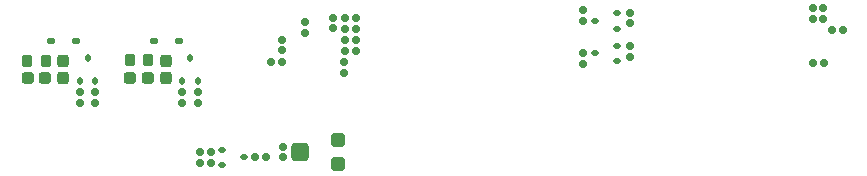
<source format=gbp>
G04*
G04 #@! TF.GenerationSoftware,Altium Limited,Altium Designer,24.10.1 (45)*
G04*
G04 Layer_Color=128*
%FSAX25Y25*%
%MOIN*%
G70*
G04*
G04 #@! TF.SameCoordinates,E9A5F422-793D-4FF6-AE78-97F5C49A065D*
G04*
G04*
G04 #@! TF.FilePolarity,Positive*
G04*
G01*
G75*
G04:AMPARAMS|DCode=25|XSize=37.4mil|YSize=41.34mil|CornerRadius=9.35mil|HoleSize=0mil|Usage=FLASHONLY|Rotation=270.000|XOffset=0mil|YOffset=0mil|HoleType=Round|Shape=RoundedRectangle|*
%AMROUNDEDRECTD25*
21,1,0.03740,0.02264,0,0,270.0*
21,1,0.01870,0.04134,0,0,270.0*
1,1,0.01870,-0.01132,-0.00935*
1,1,0.01870,-0.01132,0.00935*
1,1,0.01870,0.01132,0.00935*
1,1,0.01870,0.01132,-0.00935*
%
%ADD25ROUNDEDRECTD25*%
G04:AMPARAMS|DCode=26|XSize=37.4mil|YSize=41.34mil|CornerRadius=9.35mil|HoleSize=0mil|Usage=FLASHONLY|Rotation=0.000|XOffset=0mil|YOffset=0mil|HoleType=Round|Shape=RoundedRectangle|*
%AMROUNDEDRECTD26*
21,1,0.03740,0.02264,0,0,0.0*
21,1,0.01870,0.04134,0,0,0.0*
1,1,0.01870,0.00935,-0.01132*
1,1,0.01870,-0.00935,-0.01132*
1,1,0.01870,-0.00935,0.01132*
1,1,0.01870,0.00935,0.01132*
%
%ADD26ROUNDEDRECTD26*%
G04:AMPARAMS|DCode=27|XSize=39.37mil|YSize=35.43mil|CornerRadius=8.86mil|HoleSize=0mil|Usage=FLASHONLY|Rotation=270.000|XOffset=0mil|YOffset=0mil|HoleType=Round|Shape=RoundedRectangle|*
%AMROUNDEDRECTD27*
21,1,0.03937,0.01772,0,0,270.0*
21,1,0.02165,0.03543,0,0,270.0*
1,1,0.01772,-0.00886,-0.01083*
1,1,0.01772,-0.00886,0.01083*
1,1,0.01772,0.00886,0.01083*
1,1,0.01772,0.00886,-0.01083*
%
%ADD27ROUNDEDRECTD27*%
G04:AMPARAMS|DCode=28|XSize=23.62mil|YSize=23.62mil|CornerRadius=5.91mil|HoleSize=0mil|Usage=FLASHONLY|Rotation=270.000|XOffset=0mil|YOffset=0mil|HoleType=Round|Shape=RoundedRectangle|*
%AMROUNDEDRECTD28*
21,1,0.02362,0.01181,0,0,270.0*
21,1,0.01181,0.02362,0,0,270.0*
1,1,0.01181,-0.00591,-0.00591*
1,1,0.01181,-0.00591,0.00591*
1,1,0.01181,0.00591,0.00591*
1,1,0.01181,0.00591,-0.00591*
%
%ADD28ROUNDEDRECTD28*%
G04:AMPARAMS|DCode=29|XSize=25.2mil|YSize=25.2mil|CornerRadius=6.3mil|HoleSize=0mil|Usage=FLASHONLY|Rotation=180.000|XOffset=0mil|YOffset=0mil|HoleType=Round|Shape=RoundedRectangle|*
%AMROUNDEDRECTD29*
21,1,0.02520,0.01260,0,0,180.0*
21,1,0.01260,0.02520,0,0,180.0*
1,1,0.01260,-0.00630,0.00630*
1,1,0.01260,0.00630,0.00630*
1,1,0.01260,0.00630,-0.00630*
1,1,0.01260,-0.00630,-0.00630*
%
%ADD29ROUNDEDRECTD29*%
G04:AMPARAMS|DCode=30|XSize=25.2mil|YSize=25.2mil|CornerRadius=6.3mil|HoleSize=0mil|Usage=FLASHONLY|Rotation=270.000|XOffset=0mil|YOffset=0mil|HoleType=Round|Shape=RoundedRectangle|*
%AMROUNDEDRECTD30*
21,1,0.02520,0.01260,0,0,270.0*
21,1,0.01260,0.02520,0,0,270.0*
1,1,0.01260,-0.00630,-0.00630*
1,1,0.01260,-0.00630,0.00630*
1,1,0.01260,0.00630,0.00630*
1,1,0.01260,0.00630,-0.00630*
%
%ADD30ROUNDEDRECTD30*%
G04:AMPARAMS|DCode=47|XSize=23.62mil|YSize=23.62mil|CornerRadius=5.91mil|HoleSize=0mil|Usage=FLASHONLY|Rotation=0.000|XOffset=0mil|YOffset=0mil|HoleType=Round|Shape=RoundedRectangle|*
%AMROUNDEDRECTD47*
21,1,0.02362,0.01181,0,0,0.0*
21,1,0.01181,0.02362,0,0,0.0*
1,1,0.01181,0.00591,-0.00591*
1,1,0.01181,-0.00591,-0.00591*
1,1,0.01181,-0.00591,0.00591*
1,1,0.01181,0.00591,0.00591*
%
%ADD47ROUNDEDRECTD47*%
G04:AMPARAMS|DCode=110|XSize=25.59mil|YSize=19.68mil|CornerRadius=4.92mil|HoleSize=0mil|Usage=FLASHONLY|Rotation=0.000|XOffset=0mil|YOffset=0mil|HoleType=Round|Shape=RoundedRectangle|*
%AMROUNDEDRECTD110*
21,1,0.02559,0.00984,0,0,0.0*
21,1,0.01575,0.01968,0,0,0.0*
1,1,0.00984,0.00787,-0.00492*
1,1,0.00984,-0.00787,-0.00492*
1,1,0.00984,-0.00787,0.00492*
1,1,0.00984,0.00787,0.00492*
%
%ADD110ROUNDEDRECTD110*%
G04:AMPARAMS|DCode=111|XSize=18.5mil|YSize=23.62mil|CornerRadius=4.63mil|HoleSize=0mil|Usage=FLASHONLY|Rotation=180.000|XOffset=0mil|YOffset=0mil|HoleType=Round|Shape=RoundedRectangle|*
%AMROUNDEDRECTD111*
21,1,0.01850,0.01437,0,0,180.0*
21,1,0.00925,0.02362,0,0,180.0*
1,1,0.00925,-0.00463,0.00719*
1,1,0.00925,0.00463,0.00719*
1,1,0.00925,0.00463,-0.00719*
1,1,0.00925,-0.00463,-0.00719*
%
%ADD111ROUNDEDRECTD111*%
G04:AMPARAMS|DCode=113|XSize=62.99mil|YSize=59.06mil|CornerRadius=14.76mil|HoleSize=0mil|Usage=FLASHONLY|Rotation=270.000|XOffset=0mil|YOffset=0mil|HoleType=Round|Shape=RoundedRectangle|*
%AMROUNDEDRECTD113*
21,1,0.06299,0.02953,0,0,270.0*
21,1,0.03347,0.05906,0,0,270.0*
1,1,0.02953,-0.01476,-0.01673*
1,1,0.02953,-0.01476,0.01673*
1,1,0.02953,0.01476,0.01673*
1,1,0.02953,0.01476,-0.01673*
%
%ADD113ROUNDEDRECTD113*%
G04:AMPARAMS|DCode=114|XSize=47.24mil|YSize=47.24mil|CornerRadius=11.81mil|HoleSize=0mil|Usage=FLASHONLY|Rotation=270.000|XOffset=0mil|YOffset=0mil|HoleType=Round|Shape=RoundedRectangle|*
%AMROUNDEDRECTD114*
21,1,0.04724,0.02362,0,0,270.0*
21,1,0.02362,0.04724,0,0,270.0*
1,1,0.02362,-0.01181,-0.01181*
1,1,0.02362,-0.01181,0.01181*
1,1,0.02362,0.01181,0.01181*
1,1,0.02362,0.01181,-0.01181*
%
%ADD114ROUNDEDRECTD114*%
G04:AMPARAMS|DCode=115|XSize=18.5mil|YSize=23.62mil|CornerRadius=4.63mil|HoleSize=0mil|Usage=FLASHONLY|Rotation=270.000|XOffset=0mil|YOffset=0mil|HoleType=Round|Shape=RoundedRectangle|*
%AMROUNDEDRECTD115*
21,1,0.01850,0.01437,0,0,270.0*
21,1,0.00925,0.02362,0,0,270.0*
1,1,0.00925,-0.00719,-0.00463*
1,1,0.00925,-0.00719,0.00463*
1,1,0.00925,0.00719,0.00463*
1,1,0.00925,0.00719,-0.00463*
%
%ADD115ROUNDEDRECTD115*%
D25*
X0098130Y0043406D02*
D03*
X0103839D02*
D03*
X0063976Y0043307D02*
D03*
X0069685D02*
D03*
D26*
X0109941Y0049213D02*
D03*
Y0043504D02*
D03*
X0075787Y0049114D02*
D03*
Y0043406D02*
D03*
D27*
X0104134Y0049311D02*
D03*
X0097835D02*
D03*
X0063681Y0049213D02*
D03*
X0069980D02*
D03*
D28*
X0329134Y0066831D02*
D03*
X0325591D02*
D03*
X0329134Y0063090D02*
D03*
X0325591D02*
D03*
X0335531Y0059350D02*
D03*
X0331988D02*
D03*
X0121358Y0015059D02*
D03*
X0124902D02*
D03*
X0121358Y0018799D02*
D03*
X0124902D02*
D03*
X0139764Y0016929D02*
D03*
X0143307D02*
D03*
D29*
X0173327Y0055945D02*
D03*
Y0052323D02*
D03*
X0156398Y0058524D02*
D03*
Y0062146D02*
D03*
X0165748Y0063524D02*
D03*
Y0059902D02*
D03*
X0169390Y0048661D02*
D03*
Y0045039D02*
D03*
D30*
X0325551Y0048425D02*
D03*
X0329173D02*
D03*
X0148661Y0048720D02*
D03*
X0145039D02*
D03*
D47*
X0120571Y0035138D02*
D03*
Y0038681D02*
D03*
X0115453Y0035138D02*
D03*
Y0038681D02*
D03*
X0086417Y0035039D02*
D03*
Y0038583D02*
D03*
X0081299Y0035039D02*
D03*
Y0038583D02*
D03*
X0148819Y0020472D02*
D03*
Y0016929D02*
D03*
X0248917Y0048031D02*
D03*
Y0051575D02*
D03*
X0248917Y0065945D02*
D03*
Y0062402D02*
D03*
X0264567Y0053937D02*
D03*
Y0050394D02*
D03*
Y0065158D02*
D03*
Y0061614D02*
D03*
X0169587Y0063287D02*
D03*
Y0059744D02*
D03*
X0173327Y0059744D02*
D03*
Y0063287D02*
D03*
X0148622Y0056201D02*
D03*
Y0052658D02*
D03*
X0169488Y0056004D02*
D03*
Y0052461D02*
D03*
D110*
X0114173Y0055807D02*
D03*
X0105905D02*
D03*
X0080020Y0055709D02*
D03*
X0071752D02*
D03*
D111*
X0118012Y0050000D02*
D03*
X0120571Y0042520D02*
D03*
X0115453D02*
D03*
X0083858Y0049902D02*
D03*
X0086417Y0042421D02*
D03*
X0081299D02*
D03*
D113*
X0154626Y0018701D02*
D03*
D114*
X0167421Y0014764D02*
D03*
Y0022638D02*
D03*
D115*
X0252854Y0051575D02*
D03*
X0260335Y0054134D02*
D03*
Y0049016D02*
D03*
X0252854Y0062402D02*
D03*
X0260335Y0064961D02*
D03*
Y0059842D02*
D03*
X0136024Y0016929D02*
D03*
X0128543Y0014370D02*
D03*
Y0019488D02*
D03*
M02*

</source>
